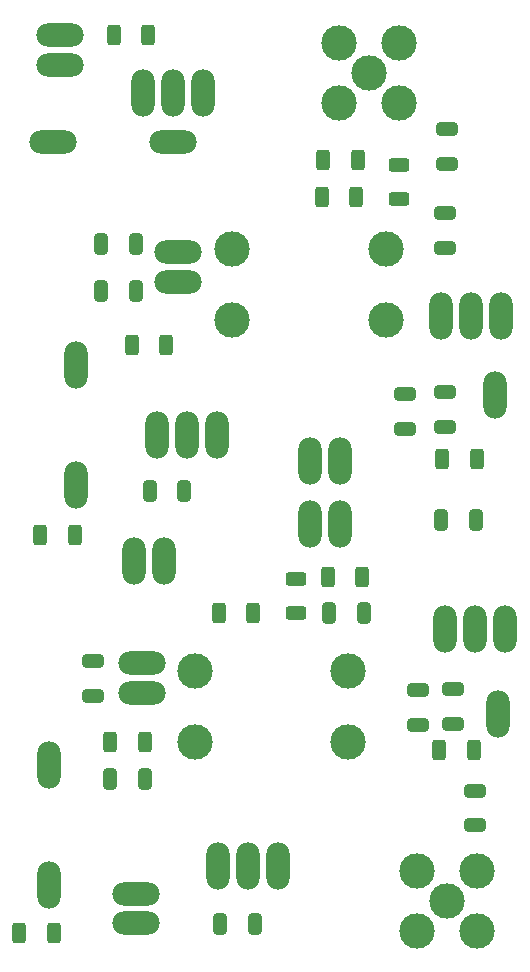
<source format=gbr>
%TF.GenerationSoftware,KiCad,Pcbnew,(6.0.7)*%
%TF.CreationDate,2023-01-23T16:12:41-05:00*%
%TF.ProjectId,Phoenix612_Stage_2_PA_Testing_v2.kicad_pro,50686f65-6e69-4783-9631-325f53746167,rev?*%
%TF.SameCoordinates,Original*%
%TF.FileFunction,Soldermask,Top*%
%TF.FilePolarity,Negative*%
%FSLAX46Y46*%
G04 Gerber Fmt 4.6, Leading zero omitted, Abs format (unit mm)*
G04 Created by KiCad (PCBNEW (6.0.7)) date 2023-01-23 16:12:41*
%MOMM*%
%LPD*%
G01*
G04 APERTURE LIST*
G04 Aperture macros list*
%AMRoundRect*
0 Rectangle with rounded corners*
0 $1 Rounding radius*
0 $2 $3 $4 $5 $6 $7 $8 $9 X,Y pos of 4 corners*
0 Add a 4 corners polygon primitive as box body*
4,1,4,$2,$3,$4,$5,$6,$7,$8,$9,$2,$3,0*
0 Add four circle primitives for the rounded corners*
1,1,$1+$1,$2,$3*
1,1,$1+$1,$4,$5*
1,1,$1+$1,$6,$7*
1,1,$1+$1,$8,$9*
0 Add four rect primitives between the rounded corners*
20,1,$1+$1,$2,$3,$4,$5,0*
20,1,$1+$1,$4,$5,$6,$7,0*
20,1,$1+$1,$6,$7,$8,$9,0*
20,1,$1+$1,$8,$9,$2,$3,0*%
G04 Aperture macros list end*
%ADD10C,3.000000*%
%ADD11O,2.000000X4.000000*%
%ADD12RoundRect,0.250000X-0.312500X-0.625000X0.312500X-0.625000X0.312500X0.625000X-0.312500X0.625000X0*%
%ADD13RoundRect,0.250000X0.625000X-0.312500X0.625000X0.312500X-0.625000X0.312500X-0.625000X-0.312500X0*%
%ADD14RoundRect,0.250000X0.312500X0.625000X-0.312500X0.625000X-0.312500X-0.625000X0.312500X-0.625000X0*%
%ADD15O,4.000000X2.000000*%
%ADD16RoundRect,0.250000X-0.325000X-0.650000X0.325000X-0.650000X0.325000X0.650000X-0.325000X0.650000X0*%
%ADD17RoundRect,0.250000X-0.650000X0.325000X-0.650000X-0.325000X0.650000X-0.325000X0.650000X0.325000X0*%
%ADD18RoundRect,0.250000X0.650000X-0.325000X0.650000X0.325000X-0.650000X0.325000X-0.650000X-0.325000X0*%
%ADD19RoundRect,0.250000X0.325000X0.650000X-0.325000X0.650000X-0.325000X-0.650000X0.325000X-0.650000X0*%
G04 APERTURE END LIST*
D10*
%TO.C,T2*%
X92740849Y-88979000D03*
X105740849Y-88979000D03*
X92740849Y-82979000D03*
X105740849Y-82979000D03*
%TD*%
%TO.C,T1*%
X102565849Y-118666000D03*
X89565849Y-118666000D03*
X102565849Y-124666000D03*
X89565849Y-124666000D03*
%TD*%
D11*
%TO.C,RV2*%
X91493849Y-98742500D03*
X88953849Y-98742500D03*
X86413849Y-98742500D03*
%TD*%
%TO.C,RV1*%
X96647349Y-135191500D03*
X94107349Y-135191500D03*
X91567349Y-135191500D03*
%TD*%
D12*
%TO.C,R6*%
X82728849Y-64833500D03*
X85653849Y-64833500D03*
%TD*%
%TO.C,R13*%
X100445349Y-75438000D03*
X103370349Y-75438000D03*
%TD*%
D13*
%TO.C,R12*%
X106860849Y-78740000D03*
X106860849Y-75815000D03*
%TD*%
D12*
%TO.C,R11*%
X100318349Y-78549500D03*
X103243349Y-78549500D03*
%TD*%
D14*
%TO.C,R8*%
X103751349Y-110744000D03*
X100826349Y-110744000D03*
%TD*%
D13*
%TO.C,R7*%
X98161349Y-113794000D03*
X98161349Y-110869000D03*
%TD*%
D12*
%TO.C,R5*%
X91618849Y-113792000D03*
X94543849Y-113792000D03*
%TD*%
%TO.C,R4*%
X84250849Y-91059000D03*
X87175849Y-91059000D03*
%TD*%
%TO.C,R10*%
X76505849Y-107188000D03*
X79430849Y-107188000D03*
%TD*%
%TO.C,R1*%
X82411349Y-124714000D03*
X85336349Y-124714000D03*
%TD*%
%TO.C,R9*%
X110541849Y-100774500D03*
X113466849Y-100774500D03*
%TD*%
%TO.C,R3*%
X74727849Y-140843000D03*
X77652849Y-140843000D03*
%TD*%
%TO.C,R2*%
X110287849Y-125412500D03*
X113212849Y-125412500D03*
%TD*%
D11*
%TO.C,Q2*%
X110416849Y-88625000D03*
X112956849Y-88625000D03*
X115496849Y-88625000D03*
%TD*%
%TO.C,Q1*%
X110797849Y-115104500D03*
X113337849Y-115104500D03*
X115877849Y-115104500D03*
%TD*%
D15*
%TO.C,J8*%
X88128349Y-85788500D03*
X88128349Y-83248500D03*
%TD*%
D11*
%TO.C,J6*%
X114988849Y-95313500D03*
%TD*%
%TO.C,J5*%
X101849349Y-106235500D03*
X99309349Y-106235500D03*
%TD*%
%TO.C,J4*%
X99362849Y-100901500D03*
X101902849Y-100901500D03*
%TD*%
D15*
%TO.C,J3*%
X85143849Y-120591500D03*
X85143849Y-118051500D03*
%TD*%
D11*
%TO.C,J2*%
X115242849Y-122301000D03*
%TD*%
%TO.C,J7*%
X85222349Y-69786500D03*
X87762349Y-69786500D03*
X90302349Y-69786500D03*
%TD*%
D10*
%TO.C,J9*%
X104320849Y-68072000D03*
X101780849Y-70612000D03*
X106860849Y-70612000D03*
X106860849Y-65532000D03*
X101780849Y-65532000D03*
%TD*%
%TO.C,J1*%
X110924849Y-138176000D03*
X108384849Y-140716000D03*
X113464849Y-140716000D03*
X113464849Y-135636000D03*
X108384849Y-135636000D03*
%TD*%
D11*
%TO.C,D4*%
X79492349Y-102933500D03*
X79492349Y-92773500D03*
%TD*%
%TO.C,D1*%
X77206349Y-136779000D03*
X77206349Y-126619000D03*
%TD*%
D15*
%TO.C,D2*%
X78158849Y-67368500D03*
X78158849Y-64828500D03*
%TD*%
%TO.C,D3*%
X77587349Y-73914000D03*
X87747349Y-73914000D03*
%TD*%
D11*
%TO.C,C15*%
X84445349Y-109410500D03*
X86945349Y-109410500D03*
%TD*%
D16*
%TO.C,C14*%
X85764349Y-103441500D03*
X88714349Y-103441500D03*
%TD*%
D17*
%TO.C,C17*%
X110924849Y-72805500D03*
X110924849Y-75755500D03*
%TD*%
%TO.C,C16*%
X110797849Y-79932000D03*
X110797849Y-82882000D03*
%TD*%
D18*
%TO.C,C13*%
X107368849Y-98185500D03*
X107368849Y-95235500D03*
%TD*%
%TO.C,C12*%
X110734349Y-97995000D03*
X110734349Y-95045000D03*
%TD*%
D19*
%TO.C,C9*%
X84572349Y-86487000D03*
X81622349Y-86487000D03*
%TD*%
%TO.C,C11*%
X113415849Y-105918000D03*
X110465849Y-105918000D03*
%TD*%
D15*
%TO.C,C8*%
X84572349Y-137541000D03*
X84572349Y-140041000D03*
%TD*%
D19*
%TO.C,C7*%
X84586849Y-82550000D03*
X81636849Y-82550000D03*
%TD*%
D16*
%TO.C,C10*%
X100940849Y-113792000D03*
X103890849Y-113792000D03*
%TD*%
D18*
%TO.C,C5*%
X80952849Y-120791500D03*
X80952849Y-117841500D03*
%TD*%
D16*
%TO.C,C6*%
X91733349Y-140144500D03*
X94683349Y-140144500D03*
%TD*%
D18*
%TO.C,C4*%
X108511849Y-123268000D03*
X108511849Y-120318000D03*
%TD*%
D19*
%TO.C,C3*%
X85348849Y-127825500D03*
X82398849Y-127825500D03*
%TD*%
D18*
%TO.C,C2*%
X111432849Y-123204500D03*
X111432849Y-120254500D03*
%TD*%
%TO.C,C1*%
X113274349Y-131762500D03*
X113274349Y-128812500D03*
%TD*%
M02*

</source>
